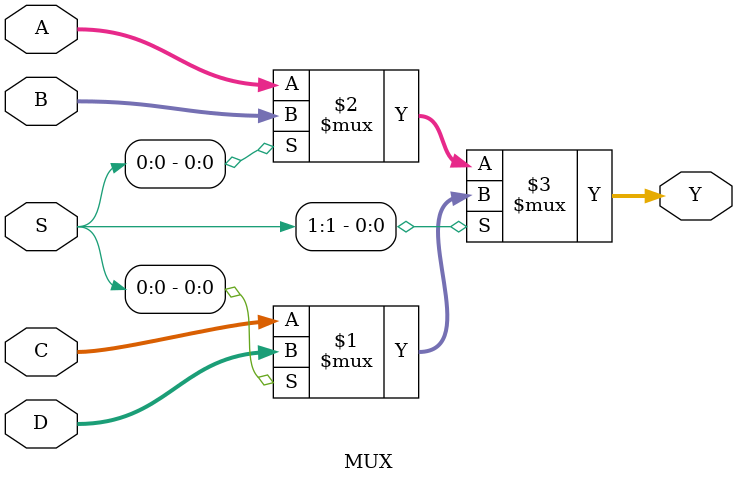
<source format=v>
module MUX(A,B,C,D,S,Y);
    input [3:0] A,B,C,D;
    input [1:0] S;
    output [3:0] Y;

    assign Y = S[1] ? (S[0] ? D : C) : (S[0] ? B : A);

endmodule
</source>
